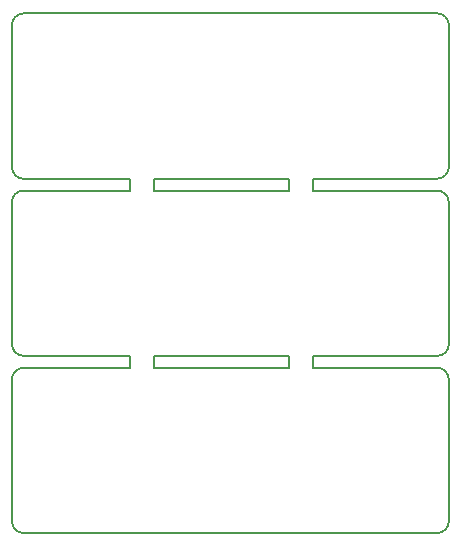
<source format=gm1>
G04 #@! TF.FileFunction,Profile,NP*
%FSLAX46Y46*%
G04 Gerber Fmt 4.6, Leading zero omitted, Abs format (unit mm)*
G04 Created by KiCad (PCBNEW 0.201512311516+6410~40~ubuntu14.04.1-stable) date Sun 03 Jan 2016 05:14:07 GMT*
%MOMM*%
G01*
G04 APERTURE LIST*
%ADD10C,0.100000*%
%ADD11C,0.150000*%
G04 APERTURE END LIST*
D10*
D11*
X129500000Y-107500000D02*
X118000000Y-107500000D01*
X129500000Y-108500000D02*
X129500000Y-107500000D01*
X118000000Y-108500000D02*
X129500000Y-108500000D01*
X118000000Y-107500000D02*
X118000000Y-108500000D01*
X129500000Y-92500000D02*
X118000000Y-92500000D01*
X129500000Y-93500000D02*
X129500000Y-92500000D01*
X118000000Y-93500000D02*
X129500000Y-93500000D01*
X118000000Y-92500000D02*
X118000000Y-93500000D01*
X131500000Y-107500000D02*
X131500000Y-108500000D01*
X131500000Y-92500000D02*
X131500000Y-93500000D01*
X116000000Y-92500000D02*
X116000000Y-93500000D01*
X116000000Y-107500000D02*
X116000000Y-108500000D01*
X142000000Y-108500000D02*
X131500000Y-108500000D01*
X131500000Y-93500000D02*
X142000000Y-93500000D01*
X142000000Y-107500000D02*
X131500000Y-107500000D01*
X142000000Y-92500000D02*
X131500000Y-92500000D01*
X107000000Y-108500000D02*
X116000000Y-108500000D01*
X107000000Y-107500000D02*
X116000000Y-107500000D01*
X107000000Y-93500000D02*
X116000000Y-93500000D01*
X107000000Y-92500000D02*
X116000000Y-92500000D01*
X107000000Y-78500000D02*
G75*
G03X106000000Y-79500000I0J-1000000D01*
G01*
X106000000Y-91500000D02*
G75*
G03X107000000Y-92500000I1000000J0D01*
G01*
X142000000Y-92500000D02*
G75*
G03X143000000Y-91500000I0J1000000D01*
G01*
X143000000Y-79500000D02*
G75*
G03X142000000Y-78500000I-1000000J0D01*
G01*
X106000000Y-91500000D02*
X106000000Y-79500000D01*
X143000000Y-79500000D02*
X143000000Y-91500000D01*
X107000000Y-78500000D02*
X142000000Y-78500000D01*
X107000000Y-93500000D02*
G75*
G03X106000000Y-94500000I0J-1000000D01*
G01*
X106000000Y-106500000D02*
G75*
G03X107000000Y-107500000I1000000J0D01*
G01*
X142000000Y-107500000D02*
G75*
G03X143000000Y-106500000I0J1000000D01*
G01*
X143000000Y-94500000D02*
G75*
G03X142000000Y-93500000I-1000000J0D01*
G01*
X106000000Y-106500000D02*
X106000000Y-94500000D01*
X143000000Y-94500000D02*
X143000000Y-106500000D01*
X107000000Y-108500000D02*
G75*
G03X106000000Y-109500000I0J-1000000D01*
G01*
X106000000Y-121500000D02*
G75*
G03X107000000Y-122500000I1000000J0D01*
G01*
X142000000Y-122500000D02*
G75*
G03X143000000Y-121500000I0J1000000D01*
G01*
X143000000Y-109500000D02*
G75*
G03X142000000Y-108500000I-1000000J0D01*
G01*
X106000000Y-121500000D02*
X106000000Y-109500000D01*
X142000000Y-122500000D02*
X107000000Y-122500000D01*
X143000000Y-109500000D02*
X143000000Y-121500000D01*
M02*

</source>
